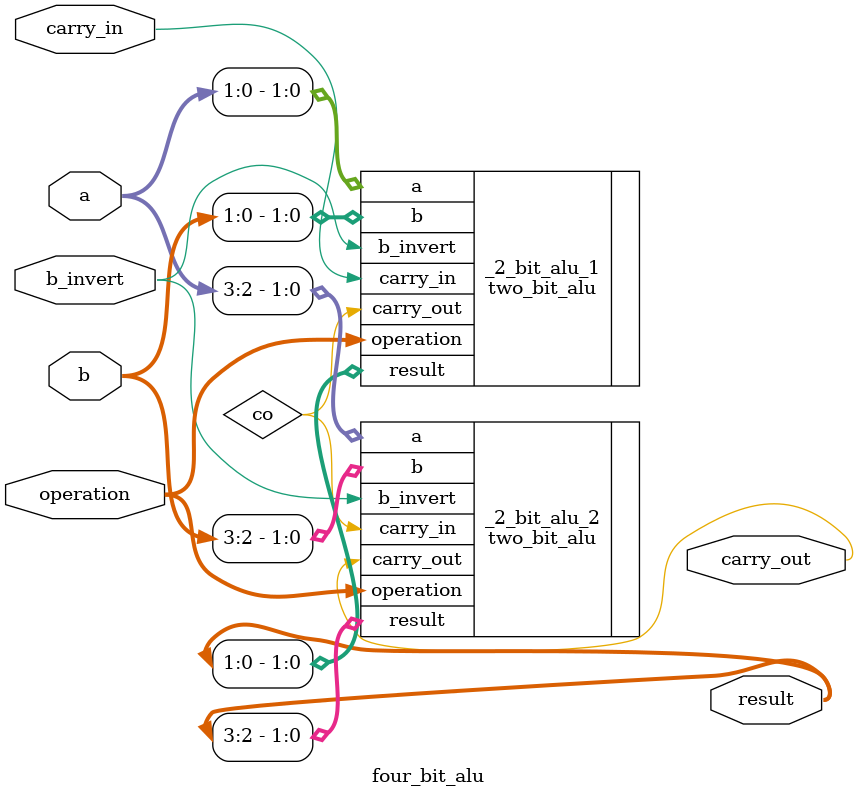
<source format=v>
`timescale 1ns / 1ps
module four_bit_alu(a, b, b_invert, carry_in, operation, result, carry_out 
    );
input [3:0] a;
input [3:0] b;
input b_invert, carry_in;
input [2:0] operation;

output [3:0] result;
output carry_out;

wire co;
two_bit_alu _2_bit_alu_1 (.a(a[1:0]), .b(b[1:0]), .b_invert(b_invert),
								  .carry_in(carry_in), .operation(operation),
								  .result(result[1:0]), .carry_out(co));
two_bit_alu _2_bit_alu_2 (.a(a[3:2]), .b(b[3:2]), .b_invert(b_invert),
								  .carry_in(co), .operation(operation),
								  .result(result[3:2]), .carry_out(carry_out));

endmodule


</source>
